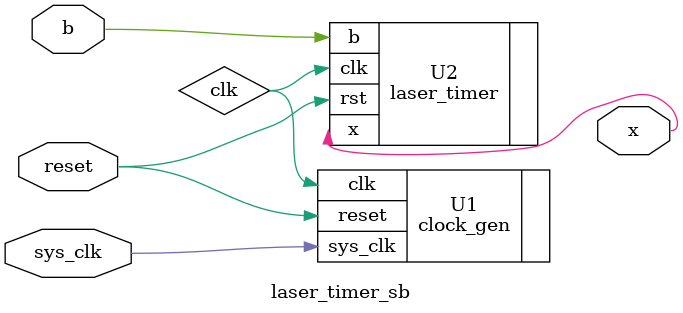
<source format=sv>
module laser_timer_sb(input logic sys_clk,
    input logic reset, b,
    output logic x);
logic clk;
clock_gen U1 (.sys_clk(sys_clk), .reset(reset), .clk(clk));
laser_timer U2(.clk(clk), .rst(reset), .b(b), .x(x));
endmodule

</source>
